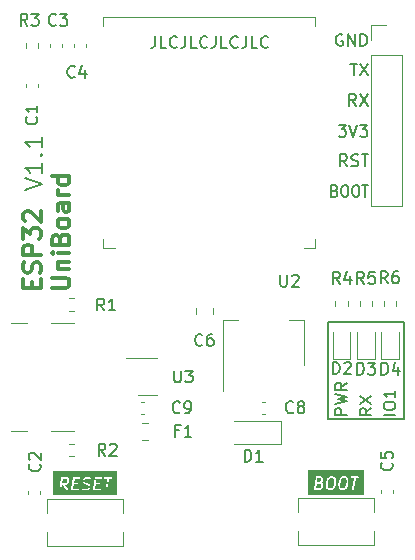
<source format=gbr>
%TF.GenerationSoftware,KiCad,Pcbnew,7.0.5-7.0.5~ubuntu20.04.1*%
%TF.CreationDate,2023-06-26T22:11:10+02:00*%
%TF.ProjectId,ESP32_UniBoard,45535033-325f-4556-9e69-426f6172642e,rev?*%
%TF.SameCoordinates,Original*%
%TF.FileFunction,Legend,Top*%
%TF.FilePolarity,Positive*%
%FSLAX46Y46*%
G04 Gerber Fmt 4.6, Leading zero omitted, Abs format (unit mm)*
G04 Created by KiCad (PCBNEW 7.0.5-7.0.5~ubuntu20.04.1) date 2023-06-26 22:11:10*
%MOMM*%
%LPD*%
G01*
G04 APERTURE LIST*
%ADD10C,0.150000*%
%ADD11C,0.300000*%
%ADD12C,0.187500*%
%ADD13C,0.120000*%
G04 APERTURE END LIST*
D10*
X131216500Y-76303200D02*
X137617300Y-76303200D01*
X137617300Y-84591600D01*
X131216500Y-84591600D01*
X131216500Y-76303200D01*
X132775219Y-84200820D02*
X131775219Y-84200820D01*
X131775219Y-84200820D02*
X131775219Y-83819868D01*
X131775219Y-83819868D02*
X131822838Y-83724630D01*
X131822838Y-83724630D02*
X131870457Y-83677011D01*
X131870457Y-83677011D02*
X131965695Y-83629392D01*
X131965695Y-83629392D02*
X132108552Y-83629392D01*
X132108552Y-83629392D02*
X132203790Y-83677011D01*
X132203790Y-83677011D02*
X132251409Y-83724630D01*
X132251409Y-83724630D02*
X132299028Y-83819868D01*
X132299028Y-83819868D02*
X132299028Y-84200820D01*
X131775219Y-83296058D02*
X132775219Y-83057963D01*
X132775219Y-83057963D02*
X132060933Y-82867487D01*
X132060933Y-82867487D02*
X132775219Y-82677011D01*
X132775219Y-82677011D02*
X131775219Y-82438916D01*
X132775219Y-81486535D02*
X132299028Y-81819868D01*
X132775219Y-82057963D02*
X131775219Y-82057963D01*
X131775219Y-82057963D02*
X131775219Y-81677011D01*
X131775219Y-81677011D02*
X131822838Y-81581773D01*
X131822838Y-81581773D02*
X131870457Y-81534154D01*
X131870457Y-81534154D02*
X131965695Y-81486535D01*
X131965695Y-81486535D02*
X132108552Y-81486535D01*
X132108552Y-81486535D02*
X132203790Y-81534154D01*
X132203790Y-81534154D02*
X132251409Y-81581773D01*
X132251409Y-81581773D02*
X132299028Y-81677011D01*
X132299028Y-81677011D02*
X132299028Y-82057963D01*
X133545758Y-58058019D02*
X133212425Y-57581828D01*
X132974330Y-58058019D02*
X132974330Y-57058019D01*
X132974330Y-57058019D02*
X133355282Y-57058019D01*
X133355282Y-57058019D02*
X133450520Y-57105638D01*
X133450520Y-57105638D02*
X133498139Y-57153257D01*
X133498139Y-57153257D02*
X133545758Y-57248495D01*
X133545758Y-57248495D02*
X133545758Y-57391352D01*
X133545758Y-57391352D02*
X133498139Y-57486590D01*
X133498139Y-57486590D02*
X133450520Y-57534209D01*
X133450520Y-57534209D02*
X133355282Y-57581828D01*
X133355282Y-57581828D02*
X132974330Y-57581828D01*
X133879092Y-57058019D02*
X134545758Y-58058019D01*
X134545758Y-57058019D02*
X133879092Y-58058019D01*
X131731473Y-65234209D02*
X131860045Y-65281828D01*
X131860045Y-65281828D02*
X131902902Y-65329447D01*
X131902902Y-65329447D02*
X131945759Y-65424685D01*
X131945759Y-65424685D02*
X131945759Y-65567542D01*
X131945759Y-65567542D02*
X131902902Y-65662780D01*
X131902902Y-65662780D02*
X131860045Y-65710400D01*
X131860045Y-65710400D02*
X131774330Y-65758019D01*
X131774330Y-65758019D02*
X131431473Y-65758019D01*
X131431473Y-65758019D02*
X131431473Y-64758019D01*
X131431473Y-64758019D02*
X131731473Y-64758019D01*
X131731473Y-64758019D02*
X131817188Y-64805638D01*
X131817188Y-64805638D02*
X131860045Y-64853257D01*
X131860045Y-64853257D02*
X131902902Y-64948495D01*
X131902902Y-64948495D02*
X131902902Y-65043733D01*
X131902902Y-65043733D02*
X131860045Y-65138971D01*
X131860045Y-65138971D02*
X131817188Y-65186590D01*
X131817188Y-65186590D02*
X131731473Y-65234209D01*
X131731473Y-65234209D02*
X131431473Y-65234209D01*
X132502902Y-64758019D02*
X132674330Y-64758019D01*
X132674330Y-64758019D02*
X132760045Y-64805638D01*
X132760045Y-64805638D02*
X132845759Y-64900876D01*
X132845759Y-64900876D02*
X132888616Y-65091352D01*
X132888616Y-65091352D02*
X132888616Y-65424685D01*
X132888616Y-65424685D02*
X132845759Y-65615161D01*
X132845759Y-65615161D02*
X132760045Y-65710400D01*
X132760045Y-65710400D02*
X132674330Y-65758019D01*
X132674330Y-65758019D02*
X132502902Y-65758019D01*
X132502902Y-65758019D02*
X132417188Y-65710400D01*
X132417188Y-65710400D02*
X132331473Y-65615161D01*
X132331473Y-65615161D02*
X132288616Y-65424685D01*
X132288616Y-65424685D02*
X132288616Y-65091352D01*
X132288616Y-65091352D02*
X132331473Y-64900876D01*
X132331473Y-64900876D02*
X132417188Y-64805638D01*
X132417188Y-64805638D02*
X132502902Y-64758019D01*
X133445759Y-64758019D02*
X133617187Y-64758019D01*
X133617187Y-64758019D02*
X133702902Y-64805638D01*
X133702902Y-64805638D02*
X133788616Y-64900876D01*
X133788616Y-64900876D02*
X133831473Y-65091352D01*
X133831473Y-65091352D02*
X133831473Y-65424685D01*
X133831473Y-65424685D02*
X133788616Y-65615161D01*
X133788616Y-65615161D02*
X133702902Y-65710400D01*
X133702902Y-65710400D02*
X133617187Y-65758019D01*
X133617187Y-65758019D02*
X133445759Y-65758019D01*
X133445759Y-65758019D02*
X133360045Y-65710400D01*
X133360045Y-65710400D02*
X133274330Y-65615161D01*
X133274330Y-65615161D02*
X133231473Y-65424685D01*
X133231473Y-65424685D02*
X133231473Y-65091352D01*
X133231473Y-65091352D02*
X133274330Y-64900876D01*
X133274330Y-64900876D02*
X133360045Y-64805638D01*
X133360045Y-64805638D02*
X133445759Y-64758019D01*
X134088616Y-64758019D02*
X134602902Y-64758019D01*
X134345759Y-65758019D02*
X134345759Y-64758019D01*
X132069568Y-59658019D02*
X132688615Y-59658019D01*
X132688615Y-59658019D02*
X132355282Y-60038971D01*
X132355282Y-60038971D02*
X132498139Y-60038971D01*
X132498139Y-60038971D02*
X132593377Y-60086590D01*
X132593377Y-60086590D02*
X132640996Y-60134209D01*
X132640996Y-60134209D02*
X132688615Y-60229447D01*
X132688615Y-60229447D02*
X132688615Y-60467542D01*
X132688615Y-60467542D02*
X132640996Y-60562780D01*
X132640996Y-60562780D02*
X132593377Y-60610400D01*
X132593377Y-60610400D02*
X132498139Y-60658019D01*
X132498139Y-60658019D02*
X132212425Y-60658019D01*
X132212425Y-60658019D02*
X132117187Y-60610400D01*
X132117187Y-60610400D02*
X132069568Y-60562780D01*
X132974330Y-59658019D02*
X133307663Y-60658019D01*
X133307663Y-60658019D02*
X133640996Y-59658019D01*
X133879092Y-59658019D02*
X134498139Y-59658019D01*
X134498139Y-59658019D02*
X134164806Y-60038971D01*
X134164806Y-60038971D02*
X134307663Y-60038971D01*
X134307663Y-60038971D02*
X134402901Y-60086590D01*
X134402901Y-60086590D02*
X134450520Y-60134209D01*
X134450520Y-60134209D02*
X134498139Y-60229447D01*
X134498139Y-60229447D02*
X134498139Y-60467542D01*
X134498139Y-60467542D02*
X134450520Y-60562780D01*
X134450520Y-60562780D02*
X134402901Y-60610400D01*
X134402901Y-60610400D02*
X134307663Y-60658019D01*
X134307663Y-60658019D02*
X134021949Y-60658019D01*
X134021949Y-60658019D02*
X133926711Y-60610400D01*
X133926711Y-60610400D02*
X133879092Y-60562780D01*
X133069568Y-54458019D02*
X133640996Y-54458019D01*
X133355282Y-55458019D02*
X133355282Y-54458019D01*
X133879092Y-54458019D02*
X134545758Y-55458019D01*
X134545758Y-54458019D02*
X133879092Y-55458019D01*
D11*
X106085114Y-73445489D02*
X106085114Y-72945489D01*
X106870828Y-72731203D02*
X106870828Y-73445489D01*
X106870828Y-73445489D02*
X105370828Y-73445489D01*
X105370828Y-73445489D02*
X105370828Y-72731203D01*
X106799400Y-72159774D02*
X106870828Y-71945489D01*
X106870828Y-71945489D02*
X106870828Y-71588346D01*
X106870828Y-71588346D02*
X106799400Y-71445489D01*
X106799400Y-71445489D02*
X106727971Y-71374060D01*
X106727971Y-71374060D02*
X106585114Y-71302631D01*
X106585114Y-71302631D02*
X106442257Y-71302631D01*
X106442257Y-71302631D02*
X106299400Y-71374060D01*
X106299400Y-71374060D02*
X106227971Y-71445489D01*
X106227971Y-71445489D02*
X106156542Y-71588346D01*
X106156542Y-71588346D02*
X106085114Y-71874060D01*
X106085114Y-71874060D02*
X106013685Y-72016917D01*
X106013685Y-72016917D02*
X105942257Y-72088346D01*
X105942257Y-72088346D02*
X105799400Y-72159774D01*
X105799400Y-72159774D02*
X105656542Y-72159774D01*
X105656542Y-72159774D02*
X105513685Y-72088346D01*
X105513685Y-72088346D02*
X105442257Y-72016917D01*
X105442257Y-72016917D02*
X105370828Y-71874060D01*
X105370828Y-71874060D02*
X105370828Y-71516917D01*
X105370828Y-71516917D02*
X105442257Y-71302631D01*
X106870828Y-70659775D02*
X105370828Y-70659775D01*
X105370828Y-70659775D02*
X105370828Y-70088346D01*
X105370828Y-70088346D02*
X105442257Y-69945489D01*
X105442257Y-69945489D02*
X105513685Y-69874060D01*
X105513685Y-69874060D02*
X105656542Y-69802632D01*
X105656542Y-69802632D02*
X105870828Y-69802632D01*
X105870828Y-69802632D02*
X106013685Y-69874060D01*
X106013685Y-69874060D02*
X106085114Y-69945489D01*
X106085114Y-69945489D02*
X106156542Y-70088346D01*
X106156542Y-70088346D02*
X106156542Y-70659775D01*
X105370828Y-69302632D02*
X105370828Y-68374060D01*
X105370828Y-68374060D02*
X105942257Y-68874060D01*
X105942257Y-68874060D02*
X105942257Y-68659775D01*
X105942257Y-68659775D02*
X106013685Y-68516918D01*
X106013685Y-68516918D02*
X106085114Y-68445489D01*
X106085114Y-68445489D02*
X106227971Y-68374060D01*
X106227971Y-68374060D02*
X106585114Y-68374060D01*
X106585114Y-68374060D02*
X106727971Y-68445489D01*
X106727971Y-68445489D02*
X106799400Y-68516918D01*
X106799400Y-68516918D02*
X106870828Y-68659775D01*
X106870828Y-68659775D02*
X106870828Y-69088346D01*
X106870828Y-69088346D02*
X106799400Y-69231203D01*
X106799400Y-69231203D02*
X106727971Y-69302632D01*
X105513685Y-67802632D02*
X105442257Y-67731204D01*
X105442257Y-67731204D02*
X105370828Y-67588347D01*
X105370828Y-67588347D02*
X105370828Y-67231204D01*
X105370828Y-67231204D02*
X105442257Y-67088347D01*
X105442257Y-67088347D02*
X105513685Y-67016918D01*
X105513685Y-67016918D02*
X105656542Y-66945489D01*
X105656542Y-66945489D02*
X105799400Y-66945489D01*
X105799400Y-66945489D02*
X106013685Y-67016918D01*
X106013685Y-67016918D02*
X106870828Y-67874061D01*
X106870828Y-67874061D02*
X106870828Y-66945489D01*
X107785828Y-73445489D02*
X109000114Y-73445489D01*
X109000114Y-73445489D02*
X109142971Y-73374060D01*
X109142971Y-73374060D02*
X109214400Y-73302632D01*
X109214400Y-73302632D02*
X109285828Y-73159774D01*
X109285828Y-73159774D02*
X109285828Y-72874060D01*
X109285828Y-72874060D02*
X109214400Y-72731203D01*
X109214400Y-72731203D02*
X109142971Y-72659774D01*
X109142971Y-72659774D02*
X109000114Y-72588346D01*
X109000114Y-72588346D02*
X107785828Y-72588346D01*
X108285828Y-71874060D02*
X109285828Y-71874060D01*
X108428685Y-71874060D02*
X108357257Y-71802631D01*
X108357257Y-71802631D02*
X108285828Y-71659774D01*
X108285828Y-71659774D02*
X108285828Y-71445488D01*
X108285828Y-71445488D02*
X108357257Y-71302631D01*
X108357257Y-71302631D02*
X108500114Y-71231203D01*
X108500114Y-71231203D02*
X109285828Y-71231203D01*
X109285828Y-70516917D02*
X108285828Y-70516917D01*
X107785828Y-70516917D02*
X107857257Y-70588345D01*
X107857257Y-70588345D02*
X107928685Y-70516917D01*
X107928685Y-70516917D02*
X107857257Y-70445488D01*
X107857257Y-70445488D02*
X107785828Y-70516917D01*
X107785828Y-70516917D02*
X107928685Y-70516917D01*
X108500114Y-69302631D02*
X108571542Y-69088345D01*
X108571542Y-69088345D02*
X108642971Y-69016916D01*
X108642971Y-69016916D02*
X108785828Y-68945488D01*
X108785828Y-68945488D02*
X109000114Y-68945488D01*
X109000114Y-68945488D02*
X109142971Y-69016916D01*
X109142971Y-69016916D02*
X109214400Y-69088345D01*
X109214400Y-69088345D02*
X109285828Y-69231202D01*
X109285828Y-69231202D02*
X109285828Y-69802631D01*
X109285828Y-69802631D02*
X107785828Y-69802631D01*
X107785828Y-69802631D02*
X107785828Y-69302631D01*
X107785828Y-69302631D02*
X107857257Y-69159774D01*
X107857257Y-69159774D02*
X107928685Y-69088345D01*
X107928685Y-69088345D02*
X108071542Y-69016916D01*
X108071542Y-69016916D02*
X108214400Y-69016916D01*
X108214400Y-69016916D02*
X108357257Y-69088345D01*
X108357257Y-69088345D02*
X108428685Y-69159774D01*
X108428685Y-69159774D02*
X108500114Y-69302631D01*
X108500114Y-69302631D02*
X108500114Y-69802631D01*
X109285828Y-68088345D02*
X109214400Y-68231202D01*
X109214400Y-68231202D02*
X109142971Y-68302631D01*
X109142971Y-68302631D02*
X109000114Y-68374059D01*
X109000114Y-68374059D02*
X108571542Y-68374059D01*
X108571542Y-68374059D02*
X108428685Y-68302631D01*
X108428685Y-68302631D02*
X108357257Y-68231202D01*
X108357257Y-68231202D02*
X108285828Y-68088345D01*
X108285828Y-68088345D02*
X108285828Y-67874059D01*
X108285828Y-67874059D02*
X108357257Y-67731202D01*
X108357257Y-67731202D02*
X108428685Y-67659774D01*
X108428685Y-67659774D02*
X108571542Y-67588345D01*
X108571542Y-67588345D02*
X109000114Y-67588345D01*
X109000114Y-67588345D02*
X109142971Y-67659774D01*
X109142971Y-67659774D02*
X109214400Y-67731202D01*
X109214400Y-67731202D02*
X109285828Y-67874059D01*
X109285828Y-67874059D02*
X109285828Y-68088345D01*
X109285828Y-66302631D02*
X108500114Y-66302631D01*
X108500114Y-66302631D02*
X108357257Y-66374059D01*
X108357257Y-66374059D02*
X108285828Y-66516916D01*
X108285828Y-66516916D02*
X108285828Y-66802631D01*
X108285828Y-66802631D02*
X108357257Y-66945488D01*
X109214400Y-66302631D02*
X109285828Y-66445488D01*
X109285828Y-66445488D02*
X109285828Y-66802631D01*
X109285828Y-66802631D02*
X109214400Y-66945488D01*
X109214400Y-66945488D02*
X109071542Y-67016916D01*
X109071542Y-67016916D02*
X108928685Y-67016916D01*
X108928685Y-67016916D02*
X108785828Y-66945488D01*
X108785828Y-66945488D02*
X108714400Y-66802631D01*
X108714400Y-66802631D02*
X108714400Y-66445488D01*
X108714400Y-66445488D02*
X108642971Y-66302631D01*
X109285828Y-65588345D02*
X108285828Y-65588345D01*
X108571542Y-65588345D02*
X108428685Y-65516916D01*
X108428685Y-65516916D02*
X108357257Y-65445488D01*
X108357257Y-65445488D02*
X108285828Y-65302630D01*
X108285828Y-65302630D02*
X108285828Y-65159773D01*
X109285828Y-64016917D02*
X107785828Y-64016917D01*
X109214400Y-64016917D02*
X109285828Y-64159774D01*
X109285828Y-64159774D02*
X109285828Y-64445488D01*
X109285828Y-64445488D02*
X109214400Y-64588345D01*
X109214400Y-64588345D02*
X109142971Y-64659774D01*
X109142971Y-64659774D02*
X109000114Y-64731202D01*
X109000114Y-64731202D02*
X108571542Y-64731202D01*
X108571542Y-64731202D02*
X108428685Y-64659774D01*
X108428685Y-64659774D02*
X108357257Y-64588345D01*
X108357257Y-64588345D02*
X108285828Y-64445488D01*
X108285828Y-64445488D02*
X108285828Y-64159774D01*
X108285828Y-64159774D02*
X108357257Y-64016917D01*
D10*
X132783853Y-63158019D02*
X132450520Y-62681828D01*
X132212425Y-63158019D02*
X132212425Y-62158019D01*
X132212425Y-62158019D02*
X132593377Y-62158019D01*
X132593377Y-62158019D02*
X132688615Y-62205638D01*
X132688615Y-62205638D02*
X132736234Y-62253257D01*
X132736234Y-62253257D02*
X132783853Y-62348495D01*
X132783853Y-62348495D02*
X132783853Y-62491352D01*
X132783853Y-62491352D02*
X132736234Y-62586590D01*
X132736234Y-62586590D02*
X132688615Y-62634209D01*
X132688615Y-62634209D02*
X132593377Y-62681828D01*
X132593377Y-62681828D02*
X132212425Y-62681828D01*
X133164806Y-63110400D02*
X133307663Y-63158019D01*
X133307663Y-63158019D02*
X133545758Y-63158019D01*
X133545758Y-63158019D02*
X133640996Y-63110400D01*
X133640996Y-63110400D02*
X133688615Y-63062780D01*
X133688615Y-63062780D02*
X133736234Y-62967542D01*
X133736234Y-62967542D02*
X133736234Y-62872304D01*
X133736234Y-62872304D02*
X133688615Y-62777066D01*
X133688615Y-62777066D02*
X133640996Y-62729447D01*
X133640996Y-62729447D02*
X133545758Y-62681828D01*
X133545758Y-62681828D02*
X133355282Y-62634209D01*
X133355282Y-62634209D02*
X133260044Y-62586590D01*
X133260044Y-62586590D02*
X133212425Y-62538971D01*
X133212425Y-62538971D02*
X133164806Y-62443733D01*
X133164806Y-62443733D02*
X133164806Y-62348495D01*
X133164806Y-62348495D02*
X133212425Y-62253257D01*
X133212425Y-62253257D02*
X133260044Y-62205638D01*
X133260044Y-62205638D02*
X133355282Y-62158019D01*
X133355282Y-62158019D02*
X133593377Y-62158019D01*
X133593377Y-62158019D02*
X133736234Y-62205638D01*
X134021949Y-62158019D02*
X134593377Y-62158019D01*
X134307663Y-63158019D02*
X134307663Y-62158019D01*
X116539793Y-52123019D02*
X116539793Y-52837304D01*
X116539793Y-52837304D02*
X116492174Y-52980161D01*
X116492174Y-52980161D02*
X116396936Y-53075400D01*
X116396936Y-53075400D02*
X116254079Y-53123019D01*
X116254079Y-53123019D02*
X116158841Y-53123019D01*
X117492174Y-53123019D02*
X117015984Y-53123019D01*
X117015984Y-53123019D02*
X117015984Y-52123019D01*
X118396936Y-53027780D02*
X118349317Y-53075400D01*
X118349317Y-53075400D02*
X118206460Y-53123019D01*
X118206460Y-53123019D02*
X118111222Y-53123019D01*
X118111222Y-53123019D02*
X117968365Y-53075400D01*
X117968365Y-53075400D02*
X117873127Y-52980161D01*
X117873127Y-52980161D02*
X117825508Y-52884923D01*
X117825508Y-52884923D02*
X117777889Y-52694447D01*
X117777889Y-52694447D02*
X117777889Y-52551590D01*
X117777889Y-52551590D02*
X117825508Y-52361114D01*
X117825508Y-52361114D02*
X117873127Y-52265876D01*
X117873127Y-52265876D02*
X117968365Y-52170638D01*
X117968365Y-52170638D02*
X118111222Y-52123019D01*
X118111222Y-52123019D02*
X118206460Y-52123019D01*
X118206460Y-52123019D02*
X118349317Y-52170638D01*
X118349317Y-52170638D02*
X118396936Y-52218257D01*
X119111222Y-52123019D02*
X119111222Y-52837304D01*
X119111222Y-52837304D02*
X119063603Y-52980161D01*
X119063603Y-52980161D02*
X118968365Y-53075400D01*
X118968365Y-53075400D02*
X118825508Y-53123019D01*
X118825508Y-53123019D02*
X118730270Y-53123019D01*
X120063603Y-53123019D02*
X119587413Y-53123019D01*
X119587413Y-53123019D02*
X119587413Y-52123019D01*
X120968365Y-53027780D02*
X120920746Y-53075400D01*
X120920746Y-53075400D02*
X120777889Y-53123019D01*
X120777889Y-53123019D02*
X120682651Y-53123019D01*
X120682651Y-53123019D02*
X120539794Y-53075400D01*
X120539794Y-53075400D02*
X120444556Y-52980161D01*
X120444556Y-52980161D02*
X120396937Y-52884923D01*
X120396937Y-52884923D02*
X120349318Y-52694447D01*
X120349318Y-52694447D02*
X120349318Y-52551590D01*
X120349318Y-52551590D02*
X120396937Y-52361114D01*
X120396937Y-52361114D02*
X120444556Y-52265876D01*
X120444556Y-52265876D02*
X120539794Y-52170638D01*
X120539794Y-52170638D02*
X120682651Y-52123019D01*
X120682651Y-52123019D02*
X120777889Y-52123019D01*
X120777889Y-52123019D02*
X120920746Y-52170638D01*
X120920746Y-52170638D02*
X120968365Y-52218257D01*
X121682651Y-52123019D02*
X121682651Y-52837304D01*
X121682651Y-52837304D02*
X121635032Y-52980161D01*
X121635032Y-52980161D02*
X121539794Y-53075400D01*
X121539794Y-53075400D02*
X121396937Y-53123019D01*
X121396937Y-53123019D02*
X121301699Y-53123019D01*
X122635032Y-53123019D02*
X122158842Y-53123019D01*
X122158842Y-53123019D02*
X122158842Y-52123019D01*
X123539794Y-53027780D02*
X123492175Y-53075400D01*
X123492175Y-53075400D02*
X123349318Y-53123019D01*
X123349318Y-53123019D02*
X123254080Y-53123019D01*
X123254080Y-53123019D02*
X123111223Y-53075400D01*
X123111223Y-53075400D02*
X123015985Y-52980161D01*
X123015985Y-52980161D02*
X122968366Y-52884923D01*
X122968366Y-52884923D02*
X122920747Y-52694447D01*
X122920747Y-52694447D02*
X122920747Y-52551590D01*
X122920747Y-52551590D02*
X122968366Y-52361114D01*
X122968366Y-52361114D02*
X123015985Y-52265876D01*
X123015985Y-52265876D02*
X123111223Y-52170638D01*
X123111223Y-52170638D02*
X123254080Y-52123019D01*
X123254080Y-52123019D02*
X123349318Y-52123019D01*
X123349318Y-52123019D02*
X123492175Y-52170638D01*
X123492175Y-52170638D02*
X123539794Y-52218257D01*
X124254080Y-52123019D02*
X124254080Y-52837304D01*
X124254080Y-52837304D02*
X124206461Y-52980161D01*
X124206461Y-52980161D02*
X124111223Y-53075400D01*
X124111223Y-53075400D02*
X123968366Y-53123019D01*
X123968366Y-53123019D02*
X123873128Y-53123019D01*
X125206461Y-53123019D02*
X124730271Y-53123019D01*
X124730271Y-53123019D02*
X124730271Y-52123019D01*
X126111223Y-53027780D02*
X126063604Y-53075400D01*
X126063604Y-53075400D02*
X125920747Y-53123019D01*
X125920747Y-53123019D02*
X125825509Y-53123019D01*
X125825509Y-53123019D02*
X125682652Y-53075400D01*
X125682652Y-53075400D02*
X125587414Y-52980161D01*
X125587414Y-52980161D02*
X125539795Y-52884923D01*
X125539795Y-52884923D02*
X125492176Y-52694447D01*
X125492176Y-52694447D02*
X125492176Y-52551590D01*
X125492176Y-52551590D02*
X125539795Y-52361114D01*
X125539795Y-52361114D02*
X125587414Y-52265876D01*
X125587414Y-52265876D02*
X125682652Y-52170638D01*
X125682652Y-52170638D02*
X125825509Y-52123019D01*
X125825509Y-52123019D02*
X125920747Y-52123019D01*
X125920747Y-52123019D02*
X126063604Y-52170638D01*
X126063604Y-52170638D02*
X126111223Y-52218257D01*
X134846319Y-83629392D02*
X134370128Y-83962725D01*
X134846319Y-84200820D02*
X133846319Y-84200820D01*
X133846319Y-84200820D02*
X133846319Y-83819868D01*
X133846319Y-83819868D02*
X133893938Y-83724630D01*
X133893938Y-83724630D02*
X133941557Y-83677011D01*
X133941557Y-83677011D02*
X134036795Y-83629392D01*
X134036795Y-83629392D02*
X134179652Y-83629392D01*
X134179652Y-83629392D02*
X134274890Y-83677011D01*
X134274890Y-83677011D02*
X134322509Y-83724630D01*
X134322509Y-83724630D02*
X134370128Y-83819868D01*
X134370128Y-83819868D02*
X134370128Y-84200820D01*
X133846319Y-83296058D02*
X134846319Y-82629392D01*
X133846319Y-82629392D02*
X134846319Y-83296058D01*
X132402901Y-52002438D02*
X132307663Y-51954819D01*
X132307663Y-51954819D02*
X132164806Y-51954819D01*
X132164806Y-51954819D02*
X132021949Y-52002438D01*
X132021949Y-52002438D02*
X131926711Y-52097676D01*
X131926711Y-52097676D02*
X131879092Y-52192914D01*
X131879092Y-52192914D02*
X131831473Y-52383390D01*
X131831473Y-52383390D02*
X131831473Y-52526247D01*
X131831473Y-52526247D02*
X131879092Y-52716723D01*
X131879092Y-52716723D02*
X131926711Y-52811961D01*
X131926711Y-52811961D02*
X132021949Y-52907200D01*
X132021949Y-52907200D02*
X132164806Y-52954819D01*
X132164806Y-52954819D02*
X132260044Y-52954819D01*
X132260044Y-52954819D02*
X132402901Y-52907200D01*
X132402901Y-52907200D02*
X132450520Y-52859580D01*
X132450520Y-52859580D02*
X132450520Y-52526247D01*
X132450520Y-52526247D02*
X132260044Y-52526247D01*
X132879092Y-52954819D02*
X132879092Y-51954819D01*
X132879092Y-51954819D02*
X133450520Y-52954819D01*
X133450520Y-52954819D02*
X133450520Y-51954819D01*
X133926711Y-52954819D02*
X133926711Y-51954819D01*
X133926711Y-51954819D02*
X134164806Y-51954819D01*
X134164806Y-51954819D02*
X134307663Y-52002438D01*
X134307663Y-52002438D02*
X134402901Y-52097676D01*
X134402901Y-52097676D02*
X134450520Y-52192914D01*
X134450520Y-52192914D02*
X134498139Y-52383390D01*
X134498139Y-52383390D02*
X134498139Y-52526247D01*
X134498139Y-52526247D02*
X134450520Y-52716723D01*
X134450520Y-52716723D02*
X134402901Y-52811961D01*
X134402901Y-52811961D02*
X134307663Y-52907200D01*
X134307663Y-52907200D02*
X134164806Y-52954819D01*
X134164806Y-52954819D02*
X133926711Y-52954819D01*
G36*
X130575707Y-90069547D02*
G01*
X130595320Y-90091962D01*
X130619754Y-90157118D01*
X130606240Y-90265223D01*
X130561201Y-90337286D01*
X130523780Y-90370549D01*
X130447559Y-90406419D01*
X130168329Y-90406419D01*
X130215056Y-90032609D01*
X130469509Y-90032609D01*
X130575707Y-90069547D01*
G37*
G36*
X130583584Y-89588754D02*
G01*
X130607225Y-89615772D01*
X130631658Y-89680927D01*
X130624098Y-89741414D01*
X130579058Y-89813476D01*
X130541636Y-89846740D01*
X130467176Y-89881780D01*
X130463869Y-89881618D01*
X130462147Y-89882609D01*
X130233806Y-89882609D01*
X130274579Y-89556419D01*
X130522955Y-89556419D01*
X130583584Y-89588754D01*
G37*
G36*
X131631203Y-89588754D02*
G01*
X131690371Y-89656375D01*
X131710168Y-89814755D01*
X131670760Y-90130018D01*
X131608952Y-90294841D01*
X131523780Y-90370549D01*
X131447559Y-90406419D01*
X131292597Y-90406419D01*
X131231968Y-90374083D01*
X131172799Y-90306461D01*
X131153002Y-90148085D01*
X131192411Y-89832816D01*
X131254218Y-89667996D01*
X131339391Y-89592287D01*
X131415613Y-89556419D01*
X131570574Y-89556419D01*
X131631203Y-89588754D01*
G37*
G36*
X132678822Y-89588754D02*
G01*
X132737990Y-89656375D01*
X132757787Y-89814755D01*
X132718379Y-90130018D01*
X132656571Y-90294841D01*
X132571399Y-90370549D01*
X132495178Y-90406419D01*
X132340216Y-90406419D01*
X132279587Y-90374083D01*
X132220418Y-90306461D01*
X132200621Y-90148085D01*
X132240030Y-89832816D01*
X132301837Y-89667996D01*
X132387010Y-89592287D01*
X132463232Y-89556419D01*
X132618193Y-89556419D01*
X132678822Y-89588754D01*
G37*
G36*
X134226229Y-90979457D02*
G01*
X129458372Y-90979457D01*
X129458372Y-90492543D01*
X130006001Y-90492543D01*
X130010962Y-90503407D01*
X130012880Y-90515197D01*
X130019922Y-90523026D01*
X130024297Y-90532607D01*
X130034347Y-90539065D01*
X130042332Y-90547944D01*
X130052486Y-90550723D01*
X130061349Y-90556419D01*
X130073297Y-90556419D01*
X130084813Y-90559571D01*
X130094859Y-90556419D01*
X130459394Y-90556419D01*
X130476333Y-90558657D01*
X130491016Y-90551747D01*
X130506584Y-90547176D01*
X130510614Y-90542524D01*
X130587733Y-90506233D01*
X130598882Y-90504486D01*
X130615614Y-90489613D01*
X130631751Y-90475304D01*
X130631764Y-90475257D01*
X130660852Y-90449400D01*
X130671015Y-90444604D01*
X130739484Y-90335051D01*
X130750298Y-90322097D01*
X130752336Y-90305786D01*
X130756769Y-90289956D01*
X130755025Y-90284282D01*
X130770477Y-90160665D01*
X130774424Y-90142370D01*
X130771861Y-90135536D01*
X131000267Y-90135536D01*
X131001835Y-90148084D01*
X131001661Y-90149481D01*
X131003169Y-90158754D01*
X131024194Y-90326948D01*
X131023806Y-90327810D01*
X131026918Y-90348739D01*
X131028146Y-90358562D01*
X131028499Y-90359376D01*
X131030284Y-90371375D01*
X131037099Y-90379163D01*
X131041222Y-90388651D01*
X131051299Y-90395392D01*
X131122935Y-90477264D01*
X131129837Y-90489613D01*
X131146739Y-90498627D01*
X131162903Y-90508905D01*
X131165981Y-90508890D01*
X131235867Y-90546162D01*
X131251826Y-90556419D01*
X131266159Y-90556419D01*
X131280192Y-90559327D01*
X131287760Y-90556419D01*
X131459394Y-90556419D01*
X131476333Y-90558657D01*
X131491016Y-90551747D01*
X131506584Y-90547176D01*
X131510614Y-90542524D01*
X131587733Y-90506233D01*
X131598882Y-90504486D01*
X131615614Y-90489613D01*
X131631751Y-90475304D01*
X131631764Y-90475257D01*
X131720078Y-90396755D01*
X131735149Y-90385515D01*
X131740243Y-90371930D01*
X131747929Y-90359632D01*
X131747828Y-90351702D01*
X131809835Y-90186355D01*
X131815775Y-90179239D01*
X131817410Y-90166154D01*
X131818097Y-90164324D01*
X131818745Y-90155473D01*
X131821237Y-90135536D01*
X132047886Y-90135536D01*
X132049454Y-90148084D01*
X132049280Y-90149481D01*
X132050788Y-90158754D01*
X132071813Y-90326948D01*
X132071425Y-90327810D01*
X132074537Y-90348739D01*
X132075765Y-90358562D01*
X132076118Y-90359376D01*
X132077903Y-90371375D01*
X132084718Y-90379163D01*
X132088841Y-90388651D01*
X132098918Y-90395392D01*
X132170554Y-90477264D01*
X132177456Y-90489613D01*
X132194358Y-90498627D01*
X132210522Y-90508905D01*
X132213600Y-90508890D01*
X132283486Y-90546162D01*
X132299445Y-90556419D01*
X132313778Y-90556419D01*
X132327811Y-90559327D01*
X132335379Y-90556419D01*
X132507013Y-90556419D01*
X132523952Y-90558657D01*
X132538635Y-90551747D01*
X132554203Y-90547176D01*
X132558233Y-90542524D01*
X132635352Y-90506233D01*
X132646501Y-90504486D01*
X132663233Y-90489613D01*
X132679370Y-90475304D01*
X132679383Y-90475257D01*
X132767697Y-90396755D01*
X132782768Y-90385515D01*
X132787862Y-90371930D01*
X132795548Y-90359632D01*
X132795447Y-90351702D01*
X132857454Y-90186355D01*
X132863394Y-90179239D01*
X132865029Y-90166154D01*
X132865716Y-90164324D01*
X132866364Y-90155473D01*
X132906278Y-89836159D01*
X132910523Y-89827301D01*
X132908954Y-89814752D01*
X132909129Y-89813356D01*
X132907621Y-89804087D01*
X132886597Y-89635887D01*
X132886986Y-89635026D01*
X132883875Y-89614108D01*
X132882646Y-89604275D01*
X132882291Y-89603458D01*
X132880507Y-89591461D01*
X132873693Y-89583674D01*
X132869570Y-89574186D01*
X132859491Y-89567443D01*
X132793952Y-89492543D01*
X133083382Y-89492543D01*
X133101678Y-89532607D01*
X133138730Y-89556419D01*
X133361509Y-89556419D01*
X133245709Y-90482815D01*
X133250976Y-90515197D01*
X133280428Y-90547944D01*
X133322909Y-90559571D01*
X133364932Y-90546386D01*
X133393156Y-90512574D01*
X133512675Y-89556419D01*
X133742963Y-89556419D01*
X133774441Y-89547176D01*
X133803283Y-89513890D01*
X133809551Y-89470295D01*
X133791255Y-89430231D01*
X133754203Y-89406419D01*
X133456541Y-89406419D01*
X133445025Y-89403267D01*
X133434979Y-89406419D01*
X133149970Y-89406419D01*
X133118492Y-89415662D01*
X133089650Y-89448948D01*
X133083382Y-89492543D01*
X132793952Y-89492543D01*
X132787857Y-89485577D01*
X132780954Y-89473225D01*
X132764039Y-89464204D01*
X132747886Y-89453933D01*
X132744809Y-89453947D01*
X132674927Y-89416677D01*
X132658965Y-89406419D01*
X132644630Y-89406419D01*
X132630599Y-89403511D01*
X132623031Y-89406419D01*
X132451405Y-89406419D01*
X132434459Y-89404180D01*
X132419771Y-89411091D01*
X132404207Y-89415662D01*
X132400177Y-89420312D01*
X132323055Y-89456605D01*
X132311908Y-89458352D01*
X132295275Y-89473136D01*
X132279039Y-89487534D01*
X132279026Y-89487580D01*
X132190708Y-89566084D01*
X132175641Y-89577322D01*
X132170547Y-89590904D01*
X132162861Y-89603205D01*
X132162961Y-89611134D01*
X132100956Y-89776480D01*
X132095016Y-89783597D01*
X132093380Y-89796683D01*
X132092694Y-89798513D01*
X132092045Y-89807359D01*
X132052130Y-90126677D01*
X132047886Y-90135536D01*
X131821237Y-90135536D01*
X131858659Y-89836159D01*
X131862904Y-89827301D01*
X131861335Y-89814752D01*
X131861510Y-89813356D01*
X131860002Y-89804087D01*
X131838978Y-89635887D01*
X131839367Y-89635026D01*
X131836256Y-89614108D01*
X131835027Y-89604275D01*
X131834672Y-89603458D01*
X131832888Y-89591461D01*
X131826074Y-89583674D01*
X131821951Y-89574186D01*
X131811872Y-89567443D01*
X131740238Y-89485577D01*
X131733335Y-89473225D01*
X131716420Y-89464204D01*
X131700267Y-89453933D01*
X131697190Y-89453947D01*
X131627308Y-89416677D01*
X131611346Y-89406419D01*
X131597011Y-89406419D01*
X131582980Y-89403511D01*
X131575412Y-89406419D01*
X131403786Y-89406419D01*
X131386840Y-89404180D01*
X131372152Y-89411091D01*
X131356588Y-89415662D01*
X131352558Y-89420312D01*
X131275436Y-89456605D01*
X131264289Y-89458352D01*
X131247656Y-89473136D01*
X131231420Y-89487534D01*
X131231407Y-89487580D01*
X131143089Y-89566084D01*
X131128022Y-89577322D01*
X131122928Y-89590904D01*
X131115242Y-89603205D01*
X131115342Y-89611134D01*
X131053337Y-89776480D01*
X131047397Y-89783597D01*
X131045761Y-89796683D01*
X131045075Y-89798513D01*
X131044426Y-89807359D01*
X131004511Y-90126677D01*
X131000267Y-90135536D01*
X130771861Y-90135536D01*
X130769299Y-90128706D01*
X130766958Y-90114308D01*
X130761713Y-90108476D01*
X130733766Y-90033952D01*
X130731697Y-90020033D01*
X130719029Y-90005555D01*
X130707483Y-89990189D01*
X130704671Y-89989146D01*
X130676859Y-89957359D01*
X130664525Y-89941625D01*
X130661755Y-89940661D01*
X130678709Y-89925591D01*
X130688871Y-89920796D01*
X130697856Y-89906421D01*
X130699630Y-89903582D01*
X130757338Y-89811247D01*
X130768157Y-89798287D01*
X130770196Y-89781968D01*
X130774626Y-89766148D01*
X130772882Y-89760476D01*
X130782381Y-89684476D01*
X130786328Y-89666181D01*
X130781204Y-89652517D01*
X130778862Y-89638117D01*
X130773617Y-89632285D01*
X130745672Y-89557764D01*
X130743602Y-89543842D01*
X130730935Y-89529366D01*
X130719389Y-89513999D01*
X130716575Y-89512955D01*
X130692619Y-89485577D01*
X130685716Y-89473225D01*
X130668801Y-89464204D01*
X130652648Y-89453933D01*
X130649571Y-89453947D01*
X130579689Y-89416677D01*
X130563727Y-89406419D01*
X130549392Y-89406419D01*
X130535361Y-89403511D01*
X130527793Y-89406419D01*
X130218445Y-89406419D01*
X130206929Y-89403267D01*
X130186573Y-89409653D01*
X130166111Y-89415662D01*
X130165621Y-89416227D01*
X130164905Y-89416452D01*
X130151222Y-89432844D01*
X130137269Y-89448948D01*
X130137162Y-89449689D01*
X130136682Y-89450265D01*
X130134034Y-89471441D01*
X130131001Y-89492543D01*
X130131312Y-89493224D01*
X130074505Y-89947677D01*
X130071478Y-89968733D01*
X130071788Y-89969412D01*
X130009033Y-90471454D01*
X130006001Y-90492543D01*
X129458372Y-90492543D01*
X129458372Y-88868743D01*
X134226229Y-88868743D01*
X134226229Y-90979457D01*
G37*
D12*
X105484178Y-65133787D02*
X106984178Y-64633787D01*
X106984178Y-64633787D02*
X105484178Y-64133787D01*
X106984178Y-62848073D02*
X106984178Y-63705216D01*
X106984178Y-63276645D02*
X105484178Y-63276645D01*
X105484178Y-63276645D02*
X105698464Y-63419502D01*
X105698464Y-63419502D02*
X105841321Y-63562359D01*
X105841321Y-63562359D02*
X105912750Y-63705216D01*
X106841321Y-62205217D02*
X106912750Y-62133788D01*
X106912750Y-62133788D02*
X106984178Y-62205217D01*
X106984178Y-62205217D02*
X106912750Y-62276645D01*
X106912750Y-62276645D02*
X106841321Y-62205217D01*
X106841321Y-62205217D02*
X106984178Y-62205217D01*
X106984178Y-60705216D02*
X106984178Y-61562359D01*
X106984178Y-61133788D02*
X105484178Y-61133788D01*
X105484178Y-61133788D02*
X105698464Y-61276645D01*
X105698464Y-61276645D02*
X105841321Y-61419502D01*
X105841321Y-61419502D02*
X105912750Y-61562359D01*
D10*
X136878319Y-84200820D02*
X135878319Y-84200820D01*
X135878319Y-83534154D02*
X135878319Y-83343678D01*
X135878319Y-83343678D02*
X135925938Y-83248440D01*
X135925938Y-83248440D02*
X136021176Y-83153202D01*
X136021176Y-83153202D02*
X136211652Y-83105583D01*
X136211652Y-83105583D02*
X136544985Y-83105583D01*
X136544985Y-83105583D02*
X136735461Y-83153202D01*
X136735461Y-83153202D02*
X136830700Y-83248440D01*
X136830700Y-83248440D02*
X136878319Y-83343678D01*
X136878319Y-83343678D02*
X136878319Y-83534154D01*
X136878319Y-83534154D02*
X136830700Y-83629392D01*
X136830700Y-83629392D02*
X136735461Y-83724630D01*
X136735461Y-83724630D02*
X136544985Y-83772249D01*
X136544985Y-83772249D02*
X136211652Y-83772249D01*
X136211652Y-83772249D02*
X136021176Y-83724630D01*
X136021176Y-83724630D02*
X135925938Y-83629392D01*
X135925938Y-83629392D02*
X135878319Y-83534154D01*
X136878319Y-82153202D02*
X136878319Y-82724630D01*
X136878319Y-82438916D02*
X135878319Y-82438916D01*
X135878319Y-82438916D02*
X136021176Y-82534154D01*
X136021176Y-82534154D02*
X136116414Y-82629392D01*
X136116414Y-82629392D02*
X136164033Y-82724630D01*
G36*
X109072869Y-89638754D02*
G01*
X109096510Y-89665772D01*
X109120943Y-89730927D01*
X109107430Y-89839032D01*
X109062389Y-89911097D01*
X109024970Y-89944358D01*
X108948749Y-89980228D01*
X108829882Y-89980228D01*
X108815363Y-89977403D01*
X108808270Y-89980228D01*
X108669519Y-89980228D01*
X108716245Y-89606419D01*
X109012240Y-89606419D01*
X109072869Y-89638754D01*
G37*
G36*
X113334562Y-91029457D02*
G01*
X107900038Y-91029457D01*
X107900038Y-90532815D01*
X108449279Y-90532815D01*
X108454546Y-90565197D01*
X108483998Y-90597944D01*
X108526479Y-90609571D01*
X108568502Y-90596386D01*
X108596726Y-90562574D01*
X108650769Y-90130228D01*
X108779267Y-90130228D01*
X109036822Y-90578151D01*
X109060526Y-90600832D01*
X109103759Y-90609243D01*
X109144676Y-90592946D01*
X109170288Y-90557115D01*
X109171008Y-90542543D01*
X109447667Y-90542543D01*
X109452628Y-90553407D01*
X109454546Y-90565197D01*
X109461588Y-90573026D01*
X109465963Y-90582607D01*
X109476013Y-90589065D01*
X109483998Y-90597944D01*
X109494152Y-90600723D01*
X109503015Y-90606419D01*
X109514963Y-90606419D01*
X109526479Y-90609571D01*
X109536525Y-90606419D01*
X110012010Y-90606419D01*
X110043488Y-90597176D01*
X110072330Y-90563890D01*
X110078598Y-90520295D01*
X110060302Y-90480231D01*
X110042654Y-90468889D01*
X110311403Y-90468889D01*
X110315521Y-90512740D01*
X110342694Y-90547403D01*
X110491983Y-90599329D01*
X110503015Y-90606419D01*
X110523204Y-90606419D01*
X110543349Y-90607410D01*
X110545071Y-90606419D01*
X110758203Y-90606419D01*
X110775142Y-90608657D01*
X110789825Y-90601747D01*
X110805393Y-90597176D01*
X110809423Y-90592524D01*
X110886542Y-90556233D01*
X110897691Y-90554486D01*
X110911126Y-90542543D01*
X111304810Y-90542543D01*
X111309771Y-90553407D01*
X111311689Y-90565197D01*
X111318731Y-90573026D01*
X111323106Y-90582607D01*
X111333156Y-90589065D01*
X111341141Y-90597944D01*
X111351295Y-90600723D01*
X111360158Y-90606419D01*
X111372106Y-90606419D01*
X111383622Y-90609571D01*
X111393668Y-90606419D01*
X111869153Y-90606419D01*
X111900631Y-90597176D01*
X111929473Y-90563890D01*
X111935741Y-90520295D01*
X111917445Y-90480231D01*
X111880393Y-90456419D01*
X111467138Y-90456419D01*
X111513865Y-90082609D01*
X111791772Y-90082609D01*
X111823250Y-90073366D01*
X111852092Y-90040080D01*
X111858360Y-89996485D01*
X111840064Y-89956421D01*
X111803012Y-89932609D01*
X111532615Y-89932609D01*
X111573388Y-89606419D01*
X111994153Y-89606419D01*
X112025631Y-89597176D01*
X112054473Y-89563890D01*
X112057542Y-89542543D01*
X112191715Y-89542543D01*
X112210011Y-89582607D01*
X112247063Y-89606419D01*
X112469842Y-89606419D01*
X112354042Y-90532815D01*
X112359309Y-90565197D01*
X112388761Y-90597944D01*
X112431242Y-90609571D01*
X112473265Y-90596386D01*
X112501489Y-90562574D01*
X112621008Y-89606419D01*
X112851296Y-89606419D01*
X112882774Y-89597176D01*
X112911616Y-89563890D01*
X112917884Y-89520295D01*
X112899588Y-89480231D01*
X112862536Y-89456419D01*
X112564874Y-89456419D01*
X112553358Y-89453267D01*
X112543312Y-89456419D01*
X112258303Y-89456419D01*
X112226825Y-89465662D01*
X112197983Y-89498948D01*
X112191715Y-89542543D01*
X112057542Y-89542543D01*
X112060741Y-89520295D01*
X112042445Y-89480231D01*
X112005393Y-89456419D01*
X111517254Y-89456419D01*
X111505738Y-89453267D01*
X111485382Y-89459653D01*
X111464920Y-89465662D01*
X111464430Y-89466227D01*
X111463714Y-89466452D01*
X111450031Y-89482844D01*
X111436078Y-89498948D01*
X111435971Y-89499689D01*
X111435491Y-89500265D01*
X111432843Y-89521441D01*
X111429810Y-89542543D01*
X111430121Y-89543224D01*
X111373314Y-89997677D01*
X111370287Y-90018733D01*
X111370597Y-90019412D01*
X111307842Y-90521454D01*
X111304810Y-90542543D01*
X110911126Y-90542543D01*
X110914233Y-90539781D01*
X110930560Y-90525304D01*
X110930573Y-90525257D01*
X110959661Y-90499400D01*
X110969824Y-90494604D01*
X111038293Y-90385051D01*
X111049107Y-90372097D01*
X111051145Y-90355786D01*
X111055578Y-90339956D01*
X111053833Y-90334282D01*
X111063333Y-90258286D01*
X111067280Y-90239990D01*
X111062156Y-90226326D01*
X111059814Y-90211927D01*
X111054569Y-90206095D01*
X111026624Y-90131573D01*
X111024554Y-90117651D01*
X111011887Y-90103175D01*
X111000341Y-90087808D01*
X110997527Y-90086764D01*
X110973571Y-90059386D01*
X110966668Y-90047034D01*
X110949753Y-90038013D01*
X110933600Y-90027742D01*
X110930523Y-90027756D01*
X110869099Y-89994997D01*
X110862721Y-89988110D01*
X110850058Y-89984842D01*
X110848438Y-89983978D01*
X110839659Y-89982158D01*
X110665532Y-89937222D01*
X110596252Y-89900273D01*
X110572611Y-89873255D01*
X110548178Y-89808099D01*
X110555739Y-89747615D01*
X110600780Y-89675549D01*
X110638199Y-89642288D01*
X110714422Y-89606419D01*
X110923080Y-89606419D01*
X111058201Y-89653417D01*
X111090969Y-89655028D01*
X111129145Y-89633065D01*
X111149387Y-89593949D01*
X111145268Y-89550098D01*
X111118096Y-89515435D01*
X110968806Y-89463509D01*
X110957774Y-89456419D01*
X110937584Y-89456419D01*
X110917440Y-89455428D01*
X110915718Y-89456419D01*
X110702595Y-89456419D01*
X110685649Y-89454180D01*
X110670961Y-89461091D01*
X110655397Y-89465662D01*
X110651367Y-89470312D01*
X110574245Y-89506605D01*
X110563098Y-89508352D01*
X110546579Y-89523035D01*
X110530229Y-89537534D01*
X110530215Y-89537580D01*
X110501127Y-89563437D01*
X110490967Y-89568233D01*
X110422497Y-89677782D01*
X110411682Y-89690740D01*
X110409642Y-89707052D01*
X110405211Y-89722880D01*
X110406955Y-89728554D01*
X110397455Y-89804549D01*
X110393509Y-89822847D01*
X110398632Y-89836510D01*
X110400975Y-89850910D01*
X110406219Y-89856741D01*
X110434164Y-89931263D01*
X110436235Y-89945186D01*
X110448904Y-89959664D01*
X110460448Y-89975029D01*
X110463261Y-89976072D01*
X110487219Y-90003452D01*
X110494122Y-90015803D01*
X110511030Y-90024821D01*
X110527189Y-90035095D01*
X110530266Y-90035080D01*
X110591691Y-90067840D01*
X110598069Y-90074727D01*
X110610729Y-90077994D01*
X110612353Y-90078860D01*
X110621142Y-90080681D01*
X110795256Y-90125614D01*
X110864536Y-90162563D01*
X110888177Y-90189581D01*
X110912610Y-90254736D01*
X110905049Y-90315223D01*
X110860010Y-90387286D01*
X110822589Y-90420549D01*
X110746368Y-90456419D01*
X110537709Y-90456419D01*
X110402589Y-90409421D01*
X110369821Y-90407809D01*
X110331645Y-90429773D01*
X110311403Y-90468889D01*
X110042654Y-90468889D01*
X110023250Y-90456419D01*
X109609995Y-90456419D01*
X109656722Y-90082609D01*
X109934629Y-90082609D01*
X109966107Y-90073366D01*
X109994949Y-90040080D01*
X110001217Y-89996485D01*
X109982921Y-89956421D01*
X109945869Y-89932609D01*
X109675472Y-89932609D01*
X109716245Y-89606419D01*
X110137010Y-89606419D01*
X110168488Y-89597176D01*
X110197330Y-89563890D01*
X110203598Y-89520295D01*
X110185302Y-89480231D01*
X110148250Y-89456419D01*
X109660111Y-89456419D01*
X109648595Y-89453267D01*
X109628239Y-89459653D01*
X109607777Y-89465662D01*
X109607287Y-89466227D01*
X109606571Y-89466452D01*
X109592888Y-89482844D01*
X109578935Y-89498948D01*
X109578828Y-89499689D01*
X109578348Y-89500265D01*
X109575700Y-89521441D01*
X109572667Y-89542543D01*
X109572978Y-89543224D01*
X109516171Y-89997677D01*
X109513144Y-90018733D01*
X109513454Y-90019412D01*
X109450699Y-90521454D01*
X109447667Y-90542543D01*
X109171008Y-90542543D01*
X109172461Y-90513124D01*
X108952295Y-90130228D01*
X108960584Y-90130228D01*
X108977523Y-90132466D01*
X108992206Y-90125556D01*
X109007774Y-90120985D01*
X109011804Y-90116333D01*
X109088923Y-90080042D01*
X109100072Y-90078295D01*
X109116625Y-90063580D01*
X109132941Y-90049113D01*
X109132954Y-90049066D01*
X109162040Y-90023211D01*
X109172203Y-90018415D01*
X109240672Y-89908863D01*
X109251488Y-89895906D01*
X109253527Y-89879592D01*
X109257958Y-89863767D01*
X109256214Y-89858094D01*
X109271666Y-89734477D01*
X109275613Y-89716181D01*
X109270489Y-89702517D01*
X109268147Y-89688117D01*
X109262902Y-89682285D01*
X109234957Y-89607764D01*
X109232887Y-89593842D01*
X109220220Y-89579366D01*
X109208674Y-89563999D01*
X109205860Y-89562955D01*
X109181904Y-89535577D01*
X109175001Y-89523225D01*
X109158086Y-89514204D01*
X109141933Y-89503933D01*
X109138856Y-89503947D01*
X109068974Y-89466677D01*
X109053012Y-89456419D01*
X109038677Y-89456419D01*
X109024646Y-89453511D01*
X109017078Y-89456419D01*
X108660111Y-89456419D01*
X108648595Y-89453267D01*
X108628239Y-89459653D01*
X108607777Y-89465662D01*
X108607287Y-89466227D01*
X108606571Y-89466452D01*
X108592888Y-89482844D01*
X108578935Y-89498948D01*
X108578828Y-89499689D01*
X108578348Y-89500265D01*
X108575700Y-89521441D01*
X108572667Y-89542543D01*
X108572978Y-89543224D01*
X108510223Y-90045263D01*
X108507191Y-90066352D01*
X108507501Y-90067032D01*
X108449279Y-90532815D01*
X107900038Y-90532815D01*
X107900038Y-88918743D01*
X113334562Y-88918743D01*
X113334562Y-91029457D01*
G37*
%TO.C,F1*%
X118566666Y-85524209D02*
X118233333Y-85524209D01*
X118233333Y-86048019D02*
X118233333Y-85048019D01*
X118233333Y-85048019D02*
X118709523Y-85048019D01*
X119614285Y-86048019D02*
X119042857Y-86048019D01*
X119328571Y-86048019D02*
X119328571Y-85048019D01*
X119328571Y-85048019D02*
X119233333Y-85190876D01*
X119233333Y-85190876D02*
X119138095Y-85286114D01*
X119138095Y-85286114D02*
X119042857Y-85333733D01*
%TO.C,R2*%
X112333333Y-87654819D02*
X112000000Y-87178628D01*
X111761905Y-87654819D02*
X111761905Y-86654819D01*
X111761905Y-86654819D02*
X112142857Y-86654819D01*
X112142857Y-86654819D02*
X112238095Y-86702438D01*
X112238095Y-86702438D02*
X112285714Y-86750057D01*
X112285714Y-86750057D02*
X112333333Y-86845295D01*
X112333333Y-86845295D02*
X112333333Y-86988152D01*
X112333333Y-86988152D02*
X112285714Y-87083390D01*
X112285714Y-87083390D02*
X112238095Y-87131009D01*
X112238095Y-87131009D02*
X112142857Y-87178628D01*
X112142857Y-87178628D02*
X111761905Y-87178628D01*
X112714286Y-86750057D02*
X112761905Y-86702438D01*
X112761905Y-86702438D02*
X112857143Y-86654819D01*
X112857143Y-86654819D02*
X113095238Y-86654819D01*
X113095238Y-86654819D02*
X113190476Y-86702438D01*
X113190476Y-86702438D02*
X113238095Y-86750057D01*
X113238095Y-86750057D02*
X113285714Y-86845295D01*
X113285714Y-86845295D02*
X113285714Y-86940533D01*
X113285714Y-86940533D02*
X113238095Y-87083390D01*
X113238095Y-87083390D02*
X112666667Y-87654819D01*
X112666667Y-87654819D02*
X113285714Y-87654819D01*
%TO.C,D3*%
X133650205Y-80792419D02*
X133650205Y-79792419D01*
X133650205Y-79792419D02*
X133888300Y-79792419D01*
X133888300Y-79792419D02*
X134031157Y-79840038D01*
X134031157Y-79840038D02*
X134126395Y-79935276D01*
X134126395Y-79935276D02*
X134174014Y-80030514D01*
X134174014Y-80030514D02*
X134221633Y-80220990D01*
X134221633Y-80220990D02*
X134221633Y-80363847D01*
X134221633Y-80363847D02*
X134174014Y-80554323D01*
X134174014Y-80554323D02*
X134126395Y-80649561D01*
X134126395Y-80649561D02*
X134031157Y-80744800D01*
X134031157Y-80744800D02*
X133888300Y-80792419D01*
X133888300Y-80792419D02*
X133650205Y-80792419D01*
X134554967Y-79792419D02*
X135174014Y-79792419D01*
X135174014Y-79792419D02*
X134840681Y-80173371D01*
X134840681Y-80173371D02*
X134983538Y-80173371D01*
X134983538Y-80173371D02*
X135078776Y-80220990D01*
X135078776Y-80220990D02*
X135126395Y-80268609D01*
X135126395Y-80268609D02*
X135174014Y-80363847D01*
X135174014Y-80363847D02*
X135174014Y-80601942D01*
X135174014Y-80601942D02*
X135126395Y-80697180D01*
X135126395Y-80697180D02*
X135078776Y-80744800D01*
X135078776Y-80744800D02*
X134983538Y-80792419D01*
X134983538Y-80792419D02*
X134697824Y-80792419D01*
X134697824Y-80792419D02*
X134602586Y-80744800D01*
X134602586Y-80744800D02*
X134554967Y-80697180D01*
%TO.C,R6*%
X136221633Y-73054019D02*
X135888300Y-72577828D01*
X135650205Y-73054019D02*
X135650205Y-72054019D01*
X135650205Y-72054019D02*
X136031157Y-72054019D01*
X136031157Y-72054019D02*
X136126395Y-72101638D01*
X136126395Y-72101638D02*
X136174014Y-72149257D01*
X136174014Y-72149257D02*
X136221633Y-72244495D01*
X136221633Y-72244495D02*
X136221633Y-72387352D01*
X136221633Y-72387352D02*
X136174014Y-72482590D01*
X136174014Y-72482590D02*
X136126395Y-72530209D01*
X136126395Y-72530209D02*
X136031157Y-72577828D01*
X136031157Y-72577828D02*
X135650205Y-72577828D01*
X137078776Y-72054019D02*
X136888300Y-72054019D01*
X136888300Y-72054019D02*
X136793062Y-72101638D01*
X136793062Y-72101638D02*
X136745443Y-72149257D01*
X136745443Y-72149257D02*
X136650205Y-72292114D01*
X136650205Y-72292114D02*
X136602586Y-72482590D01*
X136602586Y-72482590D02*
X136602586Y-72863542D01*
X136602586Y-72863542D02*
X136650205Y-72958780D01*
X136650205Y-72958780D02*
X136697824Y-73006400D01*
X136697824Y-73006400D02*
X136793062Y-73054019D01*
X136793062Y-73054019D02*
X136983538Y-73054019D01*
X136983538Y-73054019D02*
X137078776Y-73006400D01*
X137078776Y-73006400D02*
X137126395Y-72958780D01*
X137126395Y-72958780D02*
X137174014Y-72863542D01*
X137174014Y-72863542D02*
X137174014Y-72625447D01*
X137174014Y-72625447D02*
X137126395Y-72530209D01*
X137126395Y-72530209D02*
X137078776Y-72482590D01*
X137078776Y-72482590D02*
X136983538Y-72434971D01*
X136983538Y-72434971D02*
X136793062Y-72434971D01*
X136793062Y-72434971D02*
X136697824Y-72482590D01*
X136697824Y-72482590D02*
X136650205Y-72530209D01*
X136650205Y-72530209D02*
X136602586Y-72625447D01*
%TO.C,C4*%
X109733333Y-55559580D02*
X109685714Y-55607200D01*
X109685714Y-55607200D02*
X109542857Y-55654819D01*
X109542857Y-55654819D02*
X109447619Y-55654819D01*
X109447619Y-55654819D02*
X109304762Y-55607200D01*
X109304762Y-55607200D02*
X109209524Y-55511961D01*
X109209524Y-55511961D02*
X109161905Y-55416723D01*
X109161905Y-55416723D02*
X109114286Y-55226247D01*
X109114286Y-55226247D02*
X109114286Y-55083390D01*
X109114286Y-55083390D02*
X109161905Y-54892914D01*
X109161905Y-54892914D02*
X109209524Y-54797676D01*
X109209524Y-54797676D02*
X109304762Y-54702438D01*
X109304762Y-54702438D02*
X109447619Y-54654819D01*
X109447619Y-54654819D02*
X109542857Y-54654819D01*
X109542857Y-54654819D02*
X109685714Y-54702438D01*
X109685714Y-54702438D02*
X109733333Y-54750057D01*
X110590476Y-54988152D02*
X110590476Y-55654819D01*
X110352381Y-54607200D02*
X110114286Y-55321485D01*
X110114286Y-55321485D02*
X110733333Y-55321485D01*
%TO.C,R3*%
X105733333Y-51254819D02*
X105400000Y-50778628D01*
X105161905Y-51254819D02*
X105161905Y-50254819D01*
X105161905Y-50254819D02*
X105542857Y-50254819D01*
X105542857Y-50254819D02*
X105638095Y-50302438D01*
X105638095Y-50302438D02*
X105685714Y-50350057D01*
X105685714Y-50350057D02*
X105733333Y-50445295D01*
X105733333Y-50445295D02*
X105733333Y-50588152D01*
X105733333Y-50588152D02*
X105685714Y-50683390D01*
X105685714Y-50683390D02*
X105638095Y-50731009D01*
X105638095Y-50731009D02*
X105542857Y-50778628D01*
X105542857Y-50778628D02*
X105161905Y-50778628D01*
X106066667Y-50254819D02*
X106685714Y-50254819D01*
X106685714Y-50254819D02*
X106352381Y-50635771D01*
X106352381Y-50635771D02*
X106495238Y-50635771D01*
X106495238Y-50635771D02*
X106590476Y-50683390D01*
X106590476Y-50683390D02*
X106638095Y-50731009D01*
X106638095Y-50731009D02*
X106685714Y-50826247D01*
X106685714Y-50826247D02*
X106685714Y-51064342D01*
X106685714Y-51064342D02*
X106638095Y-51159580D01*
X106638095Y-51159580D02*
X106590476Y-51207200D01*
X106590476Y-51207200D02*
X106495238Y-51254819D01*
X106495238Y-51254819D02*
X106209524Y-51254819D01*
X106209524Y-51254819D02*
X106114286Y-51207200D01*
X106114286Y-51207200D02*
X106066667Y-51159580D01*
%TO.C,C8*%
X128233333Y-83959580D02*
X128185714Y-84007200D01*
X128185714Y-84007200D02*
X128042857Y-84054819D01*
X128042857Y-84054819D02*
X127947619Y-84054819D01*
X127947619Y-84054819D02*
X127804762Y-84007200D01*
X127804762Y-84007200D02*
X127709524Y-83911961D01*
X127709524Y-83911961D02*
X127661905Y-83816723D01*
X127661905Y-83816723D02*
X127614286Y-83626247D01*
X127614286Y-83626247D02*
X127614286Y-83483390D01*
X127614286Y-83483390D02*
X127661905Y-83292914D01*
X127661905Y-83292914D02*
X127709524Y-83197676D01*
X127709524Y-83197676D02*
X127804762Y-83102438D01*
X127804762Y-83102438D02*
X127947619Y-83054819D01*
X127947619Y-83054819D02*
X128042857Y-83054819D01*
X128042857Y-83054819D02*
X128185714Y-83102438D01*
X128185714Y-83102438D02*
X128233333Y-83150057D01*
X128804762Y-83483390D02*
X128709524Y-83435771D01*
X128709524Y-83435771D02*
X128661905Y-83388152D01*
X128661905Y-83388152D02*
X128614286Y-83292914D01*
X128614286Y-83292914D02*
X128614286Y-83245295D01*
X128614286Y-83245295D02*
X128661905Y-83150057D01*
X128661905Y-83150057D02*
X128709524Y-83102438D01*
X128709524Y-83102438D02*
X128804762Y-83054819D01*
X128804762Y-83054819D02*
X128995238Y-83054819D01*
X128995238Y-83054819D02*
X129090476Y-83102438D01*
X129090476Y-83102438D02*
X129138095Y-83150057D01*
X129138095Y-83150057D02*
X129185714Y-83245295D01*
X129185714Y-83245295D02*
X129185714Y-83292914D01*
X129185714Y-83292914D02*
X129138095Y-83388152D01*
X129138095Y-83388152D02*
X129090476Y-83435771D01*
X129090476Y-83435771D02*
X128995238Y-83483390D01*
X128995238Y-83483390D02*
X128804762Y-83483390D01*
X128804762Y-83483390D02*
X128709524Y-83531009D01*
X128709524Y-83531009D02*
X128661905Y-83578628D01*
X128661905Y-83578628D02*
X128614286Y-83673866D01*
X128614286Y-83673866D02*
X128614286Y-83864342D01*
X128614286Y-83864342D02*
X128661905Y-83959580D01*
X128661905Y-83959580D02*
X128709524Y-84007200D01*
X128709524Y-84007200D02*
X128804762Y-84054819D01*
X128804762Y-84054819D02*
X128995238Y-84054819D01*
X128995238Y-84054819D02*
X129090476Y-84007200D01*
X129090476Y-84007200D02*
X129138095Y-83959580D01*
X129138095Y-83959580D02*
X129185714Y-83864342D01*
X129185714Y-83864342D02*
X129185714Y-83673866D01*
X129185714Y-83673866D02*
X129138095Y-83578628D01*
X129138095Y-83578628D02*
X129090476Y-83531009D01*
X129090476Y-83531009D02*
X128995238Y-83483390D01*
%TO.C,D4*%
X135700205Y-80792419D02*
X135700205Y-79792419D01*
X135700205Y-79792419D02*
X135938300Y-79792419D01*
X135938300Y-79792419D02*
X136081157Y-79840038D01*
X136081157Y-79840038D02*
X136176395Y-79935276D01*
X136176395Y-79935276D02*
X136224014Y-80030514D01*
X136224014Y-80030514D02*
X136271633Y-80220990D01*
X136271633Y-80220990D02*
X136271633Y-80363847D01*
X136271633Y-80363847D02*
X136224014Y-80554323D01*
X136224014Y-80554323D02*
X136176395Y-80649561D01*
X136176395Y-80649561D02*
X136081157Y-80744800D01*
X136081157Y-80744800D02*
X135938300Y-80792419D01*
X135938300Y-80792419D02*
X135700205Y-80792419D01*
X137128776Y-80125752D02*
X137128776Y-80792419D01*
X136890681Y-79744800D02*
X136652586Y-80459085D01*
X136652586Y-80459085D02*
X137271633Y-80459085D01*
%TO.C,U3*%
X118138095Y-80454819D02*
X118138095Y-81264342D01*
X118138095Y-81264342D02*
X118185714Y-81359580D01*
X118185714Y-81359580D02*
X118233333Y-81407200D01*
X118233333Y-81407200D02*
X118328571Y-81454819D01*
X118328571Y-81454819D02*
X118519047Y-81454819D01*
X118519047Y-81454819D02*
X118614285Y-81407200D01*
X118614285Y-81407200D02*
X118661904Y-81359580D01*
X118661904Y-81359580D02*
X118709523Y-81264342D01*
X118709523Y-81264342D02*
X118709523Y-80454819D01*
X119090476Y-80454819D02*
X119709523Y-80454819D01*
X119709523Y-80454819D02*
X119376190Y-80835771D01*
X119376190Y-80835771D02*
X119519047Y-80835771D01*
X119519047Y-80835771D02*
X119614285Y-80883390D01*
X119614285Y-80883390D02*
X119661904Y-80931009D01*
X119661904Y-80931009D02*
X119709523Y-81026247D01*
X119709523Y-81026247D02*
X119709523Y-81264342D01*
X119709523Y-81264342D02*
X119661904Y-81359580D01*
X119661904Y-81359580D02*
X119614285Y-81407200D01*
X119614285Y-81407200D02*
X119519047Y-81454819D01*
X119519047Y-81454819D02*
X119233333Y-81454819D01*
X119233333Y-81454819D02*
X119138095Y-81407200D01*
X119138095Y-81407200D02*
X119090476Y-81359580D01*
%TO.C,C2*%
X106759580Y-88366666D02*
X106807200Y-88414285D01*
X106807200Y-88414285D02*
X106854819Y-88557142D01*
X106854819Y-88557142D02*
X106854819Y-88652380D01*
X106854819Y-88652380D02*
X106807200Y-88795237D01*
X106807200Y-88795237D02*
X106711961Y-88890475D01*
X106711961Y-88890475D02*
X106616723Y-88938094D01*
X106616723Y-88938094D02*
X106426247Y-88985713D01*
X106426247Y-88985713D02*
X106283390Y-88985713D01*
X106283390Y-88985713D02*
X106092914Y-88938094D01*
X106092914Y-88938094D02*
X105997676Y-88890475D01*
X105997676Y-88890475D02*
X105902438Y-88795237D01*
X105902438Y-88795237D02*
X105854819Y-88652380D01*
X105854819Y-88652380D02*
X105854819Y-88557142D01*
X105854819Y-88557142D02*
X105902438Y-88414285D01*
X105902438Y-88414285D02*
X105950057Y-88366666D01*
X105950057Y-87985713D02*
X105902438Y-87938094D01*
X105902438Y-87938094D02*
X105854819Y-87842856D01*
X105854819Y-87842856D02*
X105854819Y-87604761D01*
X105854819Y-87604761D02*
X105902438Y-87509523D01*
X105902438Y-87509523D02*
X105950057Y-87461904D01*
X105950057Y-87461904D02*
X106045295Y-87414285D01*
X106045295Y-87414285D02*
X106140533Y-87414285D01*
X106140533Y-87414285D02*
X106283390Y-87461904D01*
X106283390Y-87461904D02*
X106854819Y-88033332D01*
X106854819Y-88033332D02*
X106854819Y-87414285D01*
%TO.C,C9*%
X118633333Y-83974180D02*
X118585714Y-84021800D01*
X118585714Y-84021800D02*
X118442857Y-84069419D01*
X118442857Y-84069419D02*
X118347619Y-84069419D01*
X118347619Y-84069419D02*
X118204762Y-84021800D01*
X118204762Y-84021800D02*
X118109524Y-83926561D01*
X118109524Y-83926561D02*
X118061905Y-83831323D01*
X118061905Y-83831323D02*
X118014286Y-83640847D01*
X118014286Y-83640847D02*
X118014286Y-83497990D01*
X118014286Y-83497990D02*
X118061905Y-83307514D01*
X118061905Y-83307514D02*
X118109524Y-83212276D01*
X118109524Y-83212276D02*
X118204762Y-83117038D01*
X118204762Y-83117038D02*
X118347619Y-83069419D01*
X118347619Y-83069419D02*
X118442857Y-83069419D01*
X118442857Y-83069419D02*
X118585714Y-83117038D01*
X118585714Y-83117038D02*
X118633333Y-83164657D01*
X119109524Y-84069419D02*
X119300000Y-84069419D01*
X119300000Y-84069419D02*
X119395238Y-84021800D01*
X119395238Y-84021800D02*
X119442857Y-83974180D01*
X119442857Y-83974180D02*
X119538095Y-83831323D01*
X119538095Y-83831323D02*
X119585714Y-83640847D01*
X119585714Y-83640847D02*
X119585714Y-83259895D01*
X119585714Y-83259895D02*
X119538095Y-83164657D01*
X119538095Y-83164657D02*
X119490476Y-83117038D01*
X119490476Y-83117038D02*
X119395238Y-83069419D01*
X119395238Y-83069419D02*
X119204762Y-83069419D01*
X119204762Y-83069419D02*
X119109524Y-83117038D01*
X119109524Y-83117038D02*
X119061905Y-83164657D01*
X119061905Y-83164657D02*
X119014286Y-83259895D01*
X119014286Y-83259895D02*
X119014286Y-83497990D01*
X119014286Y-83497990D02*
X119061905Y-83593228D01*
X119061905Y-83593228D02*
X119109524Y-83640847D01*
X119109524Y-83640847D02*
X119204762Y-83688466D01*
X119204762Y-83688466D02*
X119395238Y-83688466D01*
X119395238Y-83688466D02*
X119490476Y-83640847D01*
X119490476Y-83640847D02*
X119538095Y-83593228D01*
X119538095Y-83593228D02*
X119585714Y-83497990D01*
%TO.C,C3*%
X108133333Y-51159580D02*
X108085714Y-51207200D01*
X108085714Y-51207200D02*
X107942857Y-51254819D01*
X107942857Y-51254819D02*
X107847619Y-51254819D01*
X107847619Y-51254819D02*
X107704762Y-51207200D01*
X107704762Y-51207200D02*
X107609524Y-51111961D01*
X107609524Y-51111961D02*
X107561905Y-51016723D01*
X107561905Y-51016723D02*
X107514286Y-50826247D01*
X107514286Y-50826247D02*
X107514286Y-50683390D01*
X107514286Y-50683390D02*
X107561905Y-50492914D01*
X107561905Y-50492914D02*
X107609524Y-50397676D01*
X107609524Y-50397676D02*
X107704762Y-50302438D01*
X107704762Y-50302438D02*
X107847619Y-50254819D01*
X107847619Y-50254819D02*
X107942857Y-50254819D01*
X107942857Y-50254819D02*
X108085714Y-50302438D01*
X108085714Y-50302438D02*
X108133333Y-50350057D01*
X108466667Y-50254819D02*
X109085714Y-50254819D01*
X109085714Y-50254819D02*
X108752381Y-50635771D01*
X108752381Y-50635771D02*
X108895238Y-50635771D01*
X108895238Y-50635771D02*
X108990476Y-50683390D01*
X108990476Y-50683390D02*
X109038095Y-50731009D01*
X109038095Y-50731009D02*
X109085714Y-50826247D01*
X109085714Y-50826247D02*
X109085714Y-51064342D01*
X109085714Y-51064342D02*
X109038095Y-51159580D01*
X109038095Y-51159580D02*
X108990476Y-51207200D01*
X108990476Y-51207200D02*
X108895238Y-51254819D01*
X108895238Y-51254819D02*
X108609524Y-51254819D01*
X108609524Y-51254819D02*
X108514286Y-51207200D01*
X108514286Y-51207200D02*
X108466667Y-51159580D01*
%TO.C,D2*%
X131600205Y-80742419D02*
X131600205Y-79742419D01*
X131600205Y-79742419D02*
X131838300Y-79742419D01*
X131838300Y-79742419D02*
X131981157Y-79790038D01*
X131981157Y-79790038D02*
X132076395Y-79885276D01*
X132076395Y-79885276D02*
X132124014Y-79980514D01*
X132124014Y-79980514D02*
X132171633Y-80170990D01*
X132171633Y-80170990D02*
X132171633Y-80313847D01*
X132171633Y-80313847D02*
X132124014Y-80504323D01*
X132124014Y-80504323D02*
X132076395Y-80599561D01*
X132076395Y-80599561D02*
X131981157Y-80694800D01*
X131981157Y-80694800D02*
X131838300Y-80742419D01*
X131838300Y-80742419D02*
X131600205Y-80742419D01*
X132552586Y-79837657D02*
X132600205Y-79790038D01*
X132600205Y-79790038D02*
X132695443Y-79742419D01*
X132695443Y-79742419D02*
X132933538Y-79742419D01*
X132933538Y-79742419D02*
X133028776Y-79790038D01*
X133028776Y-79790038D02*
X133076395Y-79837657D01*
X133076395Y-79837657D02*
X133124014Y-79932895D01*
X133124014Y-79932895D02*
X133124014Y-80028133D01*
X133124014Y-80028133D02*
X133076395Y-80170990D01*
X133076395Y-80170990D02*
X132504967Y-80742419D01*
X132504967Y-80742419D02*
X133124014Y-80742419D01*
%TO.C,C5*%
X136559580Y-88266666D02*
X136607200Y-88314285D01*
X136607200Y-88314285D02*
X136654819Y-88457142D01*
X136654819Y-88457142D02*
X136654819Y-88552380D01*
X136654819Y-88552380D02*
X136607200Y-88695237D01*
X136607200Y-88695237D02*
X136511961Y-88790475D01*
X136511961Y-88790475D02*
X136416723Y-88838094D01*
X136416723Y-88838094D02*
X136226247Y-88885713D01*
X136226247Y-88885713D02*
X136083390Y-88885713D01*
X136083390Y-88885713D02*
X135892914Y-88838094D01*
X135892914Y-88838094D02*
X135797676Y-88790475D01*
X135797676Y-88790475D02*
X135702438Y-88695237D01*
X135702438Y-88695237D02*
X135654819Y-88552380D01*
X135654819Y-88552380D02*
X135654819Y-88457142D01*
X135654819Y-88457142D02*
X135702438Y-88314285D01*
X135702438Y-88314285D02*
X135750057Y-88266666D01*
X135654819Y-87361904D02*
X135654819Y-87838094D01*
X135654819Y-87838094D02*
X136131009Y-87885713D01*
X136131009Y-87885713D02*
X136083390Y-87838094D01*
X136083390Y-87838094D02*
X136035771Y-87742856D01*
X136035771Y-87742856D02*
X136035771Y-87504761D01*
X136035771Y-87504761D02*
X136083390Y-87409523D01*
X136083390Y-87409523D02*
X136131009Y-87361904D01*
X136131009Y-87361904D02*
X136226247Y-87314285D01*
X136226247Y-87314285D02*
X136464342Y-87314285D01*
X136464342Y-87314285D02*
X136559580Y-87361904D01*
X136559580Y-87361904D02*
X136607200Y-87409523D01*
X136607200Y-87409523D02*
X136654819Y-87504761D01*
X136654819Y-87504761D02*
X136654819Y-87742856D01*
X136654819Y-87742856D02*
X136607200Y-87838094D01*
X136607200Y-87838094D02*
X136559580Y-87885713D01*
%TO.C,U2*%
X127138095Y-72354819D02*
X127138095Y-73164342D01*
X127138095Y-73164342D02*
X127185714Y-73259580D01*
X127185714Y-73259580D02*
X127233333Y-73307200D01*
X127233333Y-73307200D02*
X127328571Y-73354819D01*
X127328571Y-73354819D02*
X127519047Y-73354819D01*
X127519047Y-73354819D02*
X127614285Y-73307200D01*
X127614285Y-73307200D02*
X127661904Y-73259580D01*
X127661904Y-73259580D02*
X127709523Y-73164342D01*
X127709523Y-73164342D02*
X127709523Y-72354819D01*
X128138095Y-72450057D02*
X128185714Y-72402438D01*
X128185714Y-72402438D02*
X128280952Y-72354819D01*
X128280952Y-72354819D02*
X128519047Y-72354819D01*
X128519047Y-72354819D02*
X128614285Y-72402438D01*
X128614285Y-72402438D02*
X128661904Y-72450057D01*
X128661904Y-72450057D02*
X128709523Y-72545295D01*
X128709523Y-72545295D02*
X128709523Y-72640533D01*
X128709523Y-72640533D02*
X128661904Y-72783390D01*
X128661904Y-72783390D02*
X128090476Y-73354819D01*
X128090476Y-73354819D02*
X128709523Y-73354819D01*
%TO.C,R1*%
X112233333Y-75354819D02*
X111900000Y-74878628D01*
X111661905Y-75354819D02*
X111661905Y-74354819D01*
X111661905Y-74354819D02*
X112042857Y-74354819D01*
X112042857Y-74354819D02*
X112138095Y-74402438D01*
X112138095Y-74402438D02*
X112185714Y-74450057D01*
X112185714Y-74450057D02*
X112233333Y-74545295D01*
X112233333Y-74545295D02*
X112233333Y-74688152D01*
X112233333Y-74688152D02*
X112185714Y-74783390D01*
X112185714Y-74783390D02*
X112138095Y-74831009D01*
X112138095Y-74831009D02*
X112042857Y-74878628D01*
X112042857Y-74878628D02*
X111661905Y-74878628D01*
X113185714Y-75354819D02*
X112614286Y-75354819D01*
X112900000Y-75354819D02*
X112900000Y-74354819D01*
X112900000Y-74354819D02*
X112804762Y-74497676D01*
X112804762Y-74497676D02*
X112709524Y-74592914D01*
X112709524Y-74592914D02*
X112614286Y-74640533D01*
%TO.C,R5*%
X134221633Y-73104019D02*
X133888300Y-72627828D01*
X133650205Y-73104019D02*
X133650205Y-72104019D01*
X133650205Y-72104019D02*
X134031157Y-72104019D01*
X134031157Y-72104019D02*
X134126395Y-72151638D01*
X134126395Y-72151638D02*
X134174014Y-72199257D01*
X134174014Y-72199257D02*
X134221633Y-72294495D01*
X134221633Y-72294495D02*
X134221633Y-72437352D01*
X134221633Y-72437352D02*
X134174014Y-72532590D01*
X134174014Y-72532590D02*
X134126395Y-72580209D01*
X134126395Y-72580209D02*
X134031157Y-72627828D01*
X134031157Y-72627828D02*
X133650205Y-72627828D01*
X135126395Y-72104019D02*
X134650205Y-72104019D01*
X134650205Y-72104019D02*
X134602586Y-72580209D01*
X134602586Y-72580209D02*
X134650205Y-72532590D01*
X134650205Y-72532590D02*
X134745443Y-72484971D01*
X134745443Y-72484971D02*
X134983538Y-72484971D01*
X134983538Y-72484971D02*
X135078776Y-72532590D01*
X135078776Y-72532590D02*
X135126395Y-72580209D01*
X135126395Y-72580209D02*
X135174014Y-72675447D01*
X135174014Y-72675447D02*
X135174014Y-72913542D01*
X135174014Y-72913542D02*
X135126395Y-73008780D01*
X135126395Y-73008780D02*
X135078776Y-73056400D01*
X135078776Y-73056400D02*
X134983538Y-73104019D01*
X134983538Y-73104019D02*
X134745443Y-73104019D01*
X134745443Y-73104019D02*
X134650205Y-73056400D01*
X134650205Y-73056400D02*
X134602586Y-73008780D01*
%TO.C,R4*%
X132171633Y-73104019D02*
X131838300Y-72627828D01*
X131600205Y-73104019D02*
X131600205Y-72104019D01*
X131600205Y-72104019D02*
X131981157Y-72104019D01*
X131981157Y-72104019D02*
X132076395Y-72151638D01*
X132076395Y-72151638D02*
X132124014Y-72199257D01*
X132124014Y-72199257D02*
X132171633Y-72294495D01*
X132171633Y-72294495D02*
X132171633Y-72437352D01*
X132171633Y-72437352D02*
X132124014Y-72532590D01*
X132124014Y-72532590D02*
X132076395Y-72580209D01*
X132076395Y-72580209D02*
X131981157Y-72627828D01*
X131981157Y-72627828D02*
X131600205Y-72627828D01*
X133028776Y-72437352D02*
X133028776Y-73104019D01*
X132790681Y-72056400D02*
X132552586Y-72770685D01*
X132552586Y-72770685D02*
X133171633Y-72770685D01*
%TO.C,C1*%
X106476880Y-58969866D02*
X106524500Y-59017485D01*
X106524500Y-59017485D02*
X106572119Y-59160342D01*
X106572119Y-59160342D02*
X106572119Y-59255580D01*
X106572119Y-59255580D02*
X106524500Y-59398437D01*
X106524500Y-59398437D02*
X106429261Y-59493675D01*
X106429261Y-59493675D02*
X106334023Y-59541294D01*
X106334023Y-59541294D02*
X106143547Y-59588913D01*
X106143547Y-59588913D02*
X106000690Y-59588913D01*
X106000690Y-59588913D02*
X105810214Y-59541294D01*
X105810214Y-59541294D02*
X105714976Y-59493675D01*
X105714976Y-59493675D02*
X105619738Y-59398437D01*
X105619738Y-59398437D02*
X105572119Y-59255580D01*
X105572119Y-59255580D02*
X105572119Y-59160342D01*
X105572119Y-59160342D02*
X105619738Y-59017485D01*
X105619738Y-59017485D02*
X105667357Y-58969866D01*
X106572119Y-58017485D02*
X106572119Y-58588913D01*
X106572119Y-58303199D02*
X105572119Y-58303199D01*
X105572119Y-58303199D02*
X105714976Y-58398437D01*
X105714976Y-58398437D02*
X105810214Y-58493675D01*
X105810214Y-58493675D02*
X105857833Y-58588913D01*
%TO.C,D1*%
X124111905Y-88154819D02*
X124111905Y-87154819D01*
X124111905Y-87154819D02*
X124350000Y-87154819D01*
X124350000Y-87154819D02*
X124492857Y-87202438D01*
X124492857Y-87202438D02*
X124588095Y-87297676D01*
X124588095Y-87297676D02*
X124635714Y-87392914D01*
X124635714Y-87392914D02*
X124683333Y-87583390D01*
X124683333Y-87583390D02*
X124683333Y-87726247D01*
X124683333Y-87726247D02*
X124635714Y-87916723D01*
X124635714Y-87916723D02*
X124588095Y-88011961D01*
X124588095Y-88011961D02*
X124492857Y-88107200D01*
X124492857Y-88107200D02*
X124350000Y-88154819D01*
X124350000Y-88154819D02*
X124111905Y-88154819D01*
X125635714Y-88154819D02*
X125064286Y-88154819D01*
X125350000Y-88154819D02*
X125350000Y-87154819D01*
X125350000Y-87154819D02*
X125254762Y-87297676D01*
X125254762Y-87297676D02*
X125159524Y-87392914D01*
X125159524Y-87392914D02*
X125064286Y-87440533D01*
%TO.C,C6*%
X120533333Y-78259580D02*
X120485714Y-78307200D01*
X120485714Y-78307200D02*
X120342857Y-78354819D01*
X120342857Y-78354819D02*
X120247619Y-78354819D01*
X120247619Y-78354819D02*
X120104762Y-78307200D01*
X120104762Y-78307200D02*
X120009524Y-78211961D01*
X120009524Y-78211961D02*
X119961905Y-78116723D01*
X119961905Y-78116723D02*
X119914286Y-77926247D01*
X119914286Y-77926247D02*
X119914286Y-77783390D01*
X119914286Y-77783390D02*
X119961905Y-77592914D01*
X119961905Y-77592914D02*
X120009524Y-77497676D01*
X120009524Y-77497676D02*
X120104762Y-77402438D01*
X120104762Y-77402438D02*
X120247619Y-77354819D01*
X120247619Y-77354819D02*
X120342857Y-77354819D01*
X120342857Y-77354819D02*
X120485714Y-77402438D01*
X120485714Y-77402438D02*
X120533333Y-77450057D01*
X121390476Y-77354819D02*
X121200000Y-77354819D01*
X121200000Y-77354819D02*
X121104762Y-77402438D01*
X121104762Y-77402438D02*
X121057143Y-77450057D01*
X121057143Y-77450057D02*
X120961905Y-77592914D01*
X120961905Y-77592914D02*
X120914286Y-77783390D01*
X120914286Y-77783390D02*
X120914286Y-78164342D01*
X120914286Y-78164342D02*
X120961905Y-78259580D01*
X120961905Y-78259580D02*
X121009524Y-78307200D01*
X121009524Y-78307200D02*
X121104762Y-78354819D01*
X121104762Y-78354819D02*
X121295238Y-78354819D01*
X121295238Y-78354819D02*
X121390476Y-78307200D01*
X121390476Y-78307200D02*
X121438095Y-78259580D01*
X121438095Y-78259580D02*
X121485714Y-78164342D01*
X121485714Y-78164342D02*
X121485714Y-77926247D01*
X121485714Y-77926247D02*
X121438095Y-77831009D01*
X121438095Y-77831009D02*
X121390476Y-77783390D01*
X121390476Y-77783390D02*
X121295238Y-77735771D01*
X121295238Y-77735771D02*
X121104762Y-77735771D01*
X121104762Y-77735771D02*
X121009524Y-77783390D01*
X121009524Y-77783390D02*
X120961905Y-77831009D01*
X120961905Y-77831009D02*
X120914286Y-77926247D01*
D13*
%TO.C,J2*%
X134787300Y-51170000D02*
X136117300Y-51170000D01*
X134787300Y-52500000D02*
X134787300Y-51170000D01*
X134787300Y-53770000D02*
X134787300Y-66530000D01*
X134787300Y-53770000D02*
X137447300Y-53770000D01*
X134787300Y-66530000D02*
X137447300Y-66530000D01*
X137447300Y-53770000D02*
X137447300Y-66530000D01*
%TO.C,U1*%
X112117300Y-50493200D02*
X112117300Y-51303200D01*
X112117300Y-69303200D02*
X112117300Y-70053200D01*
X112117300Y-70053200D02*
X113117300Y-70053200D01*
X130117300Y-50493200D02*
X112117300Y-50493200D01*
X130117300Y-50493200D02*
X130117300Y-51303200D01*
X130117300Y-69303200D02*
X130117300Y-70053200D01*
X130117300Y-70053200D02*
X129117300Y-70053200D01*
%TO.C,F1*%
X115431722Y-84893200D02*
X115948878Y-84893200D01*
X115431722Y-86313200D02*
X115948878Y-86313200D01*
%TO.C,R2*%
X109227842Y-86660300D02*
X109702358Y-86660300D01*
X109227842Y-87705300D02*
X109702358Y-87705300D01*
%TO.C,SW1*%
X113817300Y-95303200D02*
X113817300Y-94103200D01*
X113817300Y-92503200D02*
X113817300Y-91303200D01*
X113817300Y-91303200D02*
X107417300Y-91303200D01*
X107417300Y-95303200D02*
X113817300Y-95303200D01*
X107417300Y-94103200D02*
X107417300Y-95303200D01*
X107417300Y-91303200D02*
X107417300Y-92503200D01*
%TO.C,D3*%
X133656500Y-79490000D02*
X135126500Y-79490000D01*
X135126500Y-79490000D02*
X135126500Y-77205000D01*
X133656500Y-77205000D02*
X133656500Y-79490000D01*
%TO.C,R6*%
X136946000Y-74550342D02*
X136946000Y-75024858D01*
X135901000Y-74550342D02*
X135901000Y-75024858D01*
%TO.C,C4*%
X109685300Y-53077780D02*
X109685300Y-52796620D01*
X110705300Y-53077780D02*
X110705300Y-52796620D01*
%TO.C,R3*%
X106611800Y-52700042D02*
X106611800Y-53174558D01*
X105566800Y-52700042D02*
X105566800Y-53174558D01*
%TO.C,C8*%
X125870380Y-84113200D02*
X125589220Y-84113200D01*
X125870380Y-83093200D02*
X125589220Y-83093200D01*
%TO.C,J1*%
X109654500Y-76423200D02*
X107734500Y-76423200D01*
X104304500Y-76423200D02*
X105724500Y-76423200D01*
X107734500Y-85583200D02*
X109654500Y-85583200D01*
X105724500Y-85583200D02*
X104304500Y-85583200D01*
%TO.C,SW2*%
X128642300Y-91253200D02*
X128642300Y-92453200D01*
X128642300Y-94053200D02*
X128642300Y-95253200D01*
X128642300Y-95253200D02*
X135042300Y-95253200D01*
X135042300Y-91253200D02*
X128642300Y-91253200D01*
X135042300Y-92453200D02*
X135042300Y-91253200D01*
X135042300Y-95253200D02*
X135042300Y-94053200D01*
%TO.C,D4*%
X135688500Y-79490000D02*
X137158500Y-79490000D01*
X137158500Y-79490000D02*
X137158500Y-77205000D01*
X135688500Y-77205000D02*
X135688500Y-79490000D01*
%TO.C,U3*%
X115890300Y-79393200D02*
X114090300Y-79393200D01*
X115890300Y-79393200D02*
X116690300Y-79393200D01*
X115890300Y-82513200D02*
X115090300Y-82513200D01*
X115890300Y-82513200D02*
X116690300Y-82513200D01*
%TO.C,C2*%
X106827300Y-90612620D02*
X106827300Y-90893780D01*
X105807300Y-90612620D02*
X105807300Y-90893780D01*
%TO.C,C9*%
X115343320Y-83093200D02*
X115624480Y-83093200D01*
X115343320Y-84113200D02*
X115624480Y-84113200D01*
%TO.C,C3*%
X107607300Y-53077880D02*
X107607300Y-52796720D01*
X108627300Y-53077880D02*
X108627300Y-52796720D01*
%TO.C,D2*%
X131585400Y-79490000D02*
X133055400Y-79490000D01*
X133055400Y-79490000D02*
X133055400Y-77205000D01*
X131585400Y-77205000D02*
X131585400Y-79490000D01*
%TO.C,C5*%
X136702300Y-90562620D02*
X136702300Y-90843780D01*
X135682300Y-90562620D02*
X135682300Y-90843780D01*
%TO.C,U2*%
X122319800Y-82203200D02*
X122319800Y-76193200D01*
X129139800Y-79953200D02*
X129139800Y-76193200D01*
X122319800Y-76193200D02*
X123579800Y-76193200D01*
X129139800Y-76193200D02*
X127879800Y-76193200D01*
%TO.C,R1*%
X109227842Y-74342100D02*
X109702358Y-74342100D01*
X109227842Y-75387100D02*
X109702358Y-75387100D01*
%TO.C,R5*%
X134914000Y-74550342D02*
X134914000Y-75024858D01*
X133869000Y-74550342D02*
X133869000Y-75024858D01*
%TO.C,R4*%
X132842900Y-74550342D02*
X132842900Y-75024858D01*
X131797900Y-74550342D02*
X131797900Y-75024858D01*
%TO.C,C1*%
X106599300Y-56196720D02*
X106599300Y-56477880D01*
X105579300Y-56196720D02*
X105579300Y-56477880D01*
%TO.C,D1*%
X127210000Y-86700000D02*
X127210000Y-84700000D01*
X127210000Y-86700000D02*
X123200000Y-86700000D01*
X127210000Y-84700000D02*
X123200000Y-84700000D01*
%TO.C,C6*%
X121452300Y-75141948D02*
X121452300Y-75664452D01*
X119982300Y-75141948D02*
X119982300Y-75664452D01*
%TD*%
M02*

</source>
